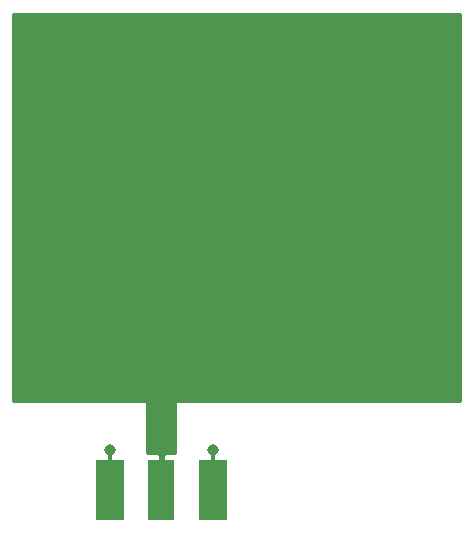
<source format=gbr>
G04 #@! TF.FileFunction,Copper,L1,Top,Signal*
%FSLAX46Y46*%
G04 Gerber Fmt 4.6, Leading zero omitted, Abs format (unit mm)*
G04 Created by KiCad (PCBNEW 4.0.5) date 02/22/17 14:21:07*
%MOMM*%
%LPD*%
G01*
G04 APERTURE LIST*
%ADD10C,0.127000*%
%ADD11R,2.290000X5.080000*%
%ADD12R,2.420000X5.080000*%
%ADD13C,0.970000*%
%ADD14R,0.460000X0.890000*%
%ADD15C,0.254000*%
G04 APERTURE END LIST*
D10*
D11*
X17145000Y3360000D03*
D12*
X12765000Y3360000D03*
X21525000Y3360000D03*
D13*
X12765000Y6800000D03*
X21525000Y6800000D03*
D14*
X12765000Y6350000D03*
X21525000Y6350000D03*
D15*
G36*
X42418000Y10922000D02*
X18465800Y10922000D01*
X18416390Y10911994D01*
X18374765Y10883553D01*
X18347485Y10841159D01*
X18338800Y10795000D01*
X18338800Y6535000D01*
X17430750Y6535000D01*
X17272000Y6376250D01*
X17272000Y3487000D01*
X17292000Y3487000D01*
X17292000Y3233000D01*
X17272000Y3233000D01*
X17272000Y3213000D01*
X17018000Y3213000D01*
X17018000Y3233000D01*
X16998000Y3233000D01*
X16998000Y3487000D01*
X17018000Y3487000D01*
X17018000Y6376250D01*
X16859250Y6535000D01*
X15951200Y6535000D01*
X15951200Y10795000D01*
X15941194Y10844410D01*
X15912753Y10886035D01*
X15870359Y10913315D01*
X15824200Y10922000D01*
X4572000Y10922000D01*
X4572000Y43688000D01*
X42418000Y43688000D01*
X42418000Y10922000D01*
X42418000Y10922000D01*
G37*
X42418000Y10922000D02*
X18465800Y10922000D01*
X18416390Y10911994D01*
X18374765Y10883553D01*
X18347485Y10841159D01*
X18338800Y10795000D01*
X18338800Y6535000D01*
X17430750Y6535000D01*
X17272000Y6376250D01*
X17272000Y3487000D01*
X17292000Y3487000D01*
X17292000Y3233000D01*
X17272000Y3233000D01*
X17272000Y3213000D01*
X17018000Y3213000D01*
X17018000Y3233000D01*
X16998000Y3233000D01*
X16998000Y3487000D01*
X17018000Y3487000D01*
X17018000Y6376250D01*
X16859250Y6535000D01*
X15951200Y6535000D01*
X15951200Y10795000D01*
X15941194Y10844410D01*
X15912753Y10886035D01*
X15870359Y10913315D01*
X15824200Y10922000D01*
X4572000Y10922000D01*
X4572000Y43688000D01*
X42418000Y43688000D01*
X42418000Y10922000D01*
M02*

</source>
